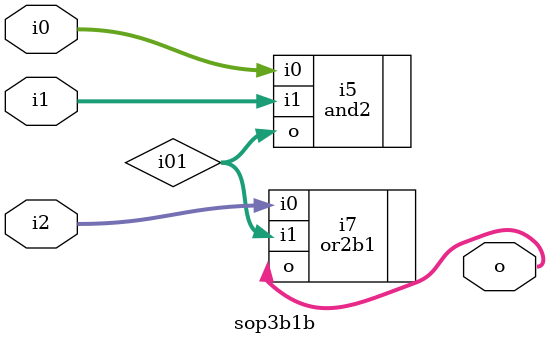
<source format=v>

module sop3b1b (o, i0, i1, i2 );
// generated by Concept HDL Direct Version 1.7 08-Aug-94
// on Wed Sep  7 10:41:01 1994
// from /usr3/xiltest/concept/lib/xm3000/sop3b1b/logic

  parameter size = 0;

  output [size-1:0] o;
  input [size-1:0] i0;
  input [size-1:0] i1;
  input [size-1:0] i2;

  wire [size-1:0] i01;

// begin instances 

  and2 i5  (.i0(i0[size-1:0]),
	.i1(i1[size-1:0]),
	.o(i01[size-1:0]));
  defparam i5.size = size;

  or2b1 i7  (.i0(i2[size-1:0]),
	.i1(i01[size-1:0]),
	.o(o[size-1:0]));
  defparam i7.size = size;

endmodule // sop3b1b(logic) 

</source>
